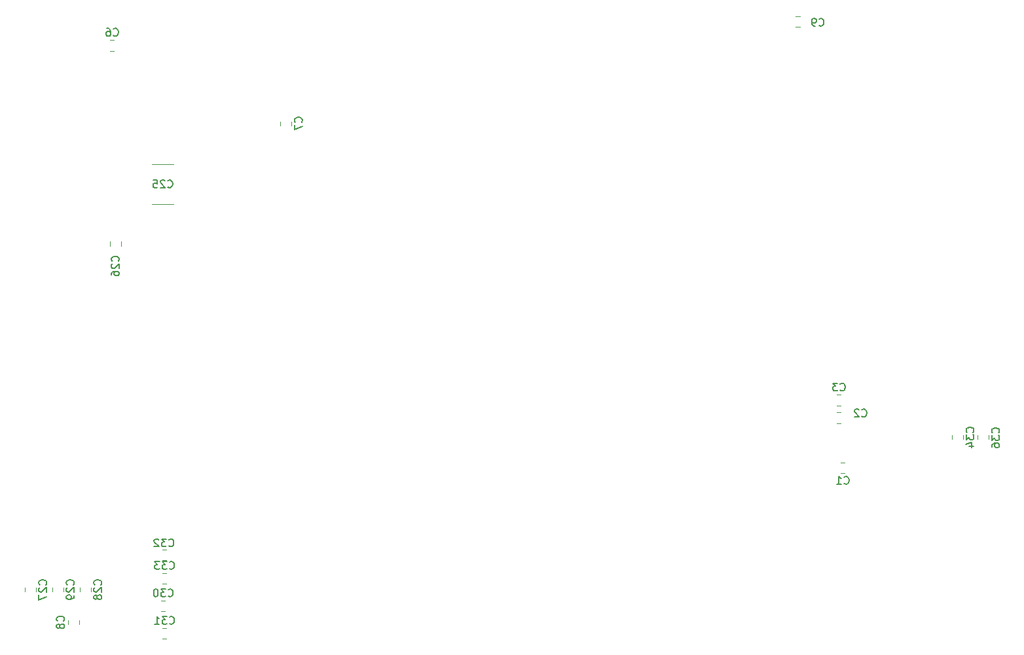
<source format=gbr>
G04 #@! TF.GenerationSoftware,KiCad,Pcbnew,(5.1.4)-1*
G04 #@! TF.CreationDate,2019-11-07T18:39:05-06:00*
G04 #@! TF.ProjectId,_autosave-_autosave-BPS-Nucleo,5f617574-6f73-4617-9665-2d5f6175746f,rev?*
G04 #@! TF.SameCoordinates,Original*
G04 #@! TF.FileFunction,Legend,Bot*
G04 #@! TF.FilePolarity,Positive*
%FSLAX46Y46*%
G04 Gerber Fmt 4.6, Leading zero omitted, Abs format (unit mm)*
G04 Created by KiCad (PCBNEW (5.1.4)-1) date 2019-11-07 18:39:05*
%MOMM*%
%LPD*%
G04 APERTURE LIST*
%ADD10C,0.120000*%
%ADD11C,0.150000*%
G04 APERTURE END LIST*
D10*
X201885022Y-119701380D02*
X202402178Y-119701380D01*
X201885022Y-118281380D02*
X202402178Y-118281380D01*
X201894178Y-113224380D02*
X201377022Y-113224380D01*
X201894178Y-111804380D02*
X201377022Y-111804380D01*
X201894178Y-110938380D02*
X201377022Y-110938380D01*
X201894178Y-109518380D02*
X201377022Y-109518380D01*
X107911158Y-65027880D02*
X107394002Y-65027880D01*
X107911158Y-63607880D02*
X107394002Y-63607880D01*
X130839280Y-74673198D02*
X130839280Y-74156042D01*
X129419280Y-74673198D02*
X129419280Y-74156042D01*
X103366640Y-138707122D02*
X103366640Y-139224278D01*
X101946640Y-138707122D02*
X101946640Y-139224278D01*
X196572398Y-60534480D02*
X196055242Y-60534480D01*
X196572398Y-61954480D02*
X196055242Y-61954480D01*
X112752332Y-79680920D02*
X115583828Y-79680920D01*
X112752332Y-84900920D02*
X115583828Y-84900920D01*
X107372080Y-90247998D02*
X107372080Y-89730842D01*
X108792080Y-90247998D02*
X108792080Y-89730842D01*
X97778640Y-135003278D02*
X97778640Y-134486122D01*
X96358640Y-135003278D02*
X96358640Y-134486122D01*
X103470640Y-135003278D02*
X103470640Y-134486122D01*
X104890640Y-135003278D02*
X104890640Y-134486122D01*
X99914640Y-135003278D02*
X99914640Y-134486122D01*
X101334640Y-135003278D02*
X101334640Y-134486122D01*
X114520718Y-136145200D02*
X114003562Y-136145200D01*
X114520718Y-137565200D02*
X114003562Y-137565200D01*
X114677718Y-139701200D02*
X114160562Y-139701200D01*
X114677718Y-141121200D02*
X114160562Y-141121200D01*
X114677718Y-129541200D02*
X114160562Y-129541200D01*
X114677718Y-130961200D02*
X114160562Y-130961200D01*
X114677718Y-134009200D02*
X114160562Y-134009200D01*
X114677718Y-132589200D02*
X114160562Y-132589200D01*
X216272040Y-115272558D02*
X216272040Y-114755402D01*
X217692040Y-115272558D02*
X217692040Y-114755402D01*
X219574040Y-114755402D02*
X219574040Y-115272558D01*
X220994040Y-114755402D02*
X220994040Y-115272558D01*
D11*
X202310266Y-120998522D02*
X202357885Y-121046141D01*
X202500742Y-121093760D01*
X202595980Y-121093760D01*
X202738838Y-121046141D01*
X202834076Y-120950903D01*
X202881695Y-120855665D01*
X202929314Y-120665189D01*
X202929314Y-120522332D01*
X202881695Y-120331856D01*
X202834076Y-120236618D01*
X202738838Y-120141380D01*
X202595980Y-120093760D01*
X202500742Y-120093760D01*
X202357885Y-120141380D01*
X202310266Y-120188999D01*
X201357885Y-121093760D02*
X201929314Y-121093760D01*
X201643600Y-121093760D02*
X201643600Y-120093760D01*
X201738838Y-120236618D01*
X201834076Y-120331856D01*
X201929314Y-120379475D01*
X204596026Y-112294942D02*
X204643645Y-112342561D01*
X204786502Y-112390180D01*
X204881740Y-112390180D01*
X205024598Y-112342561D01*
X205119836Y-112247323D01*
X205167455Y-112152085D01*
X205215074Y-111961609D01*
X205215074Y-111818752D01*
X205167455Y-111628276D01*
X205119836Y-111533038D01*
X205024598Y-111437800D01*
X204881740Y-111390180D01*
X204786502Y-111390180D01*
X204643645Y-111437800D01*
X204596026Y-111485419D01*
X204215074Y-111485419D02*
X204167455Y-111437800D01*
X204072217Y-111390180D01*
X203834121Y-111390180D01*
X203738883Y-111437800D01*
X203691264Y-111485419D01*
X203643645Y-111580657D01*
X203643645Y-111675895D01*
X203691264Y-111818752D01*
X204262693Y-112390180D01*
X203643645Y-112390180D01*
X201802266Y-108935522D02*
X201849885Y-108983141D01*
X201992742Y-109030760D01*
X202087980Y-109030760D01*
X202230838Y-108983141D01*
X202326076Y-108887903D01*
X202373695Y-108792665D01*
X202421314Y-108602189D01*
X202421314Y-108459332D01*
X202373695Y-108268856D01*
X202326076Y-108173618D01*
X202230838Y-108078380D01*
X202087980Y-108030760D01*
X201992742Y-108030760D01*
X201849885Y-108078380D01*
X201802266Y-108125999D01*
X201468933Y-108030760D02*
X200849885Y-108030760D01*
X201183219Y-108411713D01*
X201040361Y-108411713D01*
X200945123Y-108459332D01*
X200897504Y-108506951D01*
X200849885Y-108602189D01*
X200849885Y-108840284D01*
X200897504Y-108935522D01*
X200945123Y-108983141D01*
X201040361Y-109030760D01*
X201326076Y-109030760D01*
X201421314Y-108983141D01*
X201468933Y-108935522D01*
X107819246Y-63025022D02*
X107866865Y-63072641D01*
X108009722Y-63120260D01*
X108104960Y-63120260D01*
X108247818Y-63072641D01*
X108343056Y-62977403D01*
X108390675Y-62882165D01*
X108438294Y-62691689D01*
X108438294Y-62548832D01*
X108390675Y-62358356D01*
X108343056Y-62263118D01*
X108247818Y-62167880D01*
X108104960Y-62120260D01*
X108009722Y-62120260D01*
X107866865Y-62167880D01*
X107819246Y-62215499D01*
X106962103Y-62120260D02*
X107152580Y-62120260D01*
X107247818Y-62167880D01*
X107295437Y-62215499D01*
X107390675Y-62358356D01*
X107438294Y-62548832D01*
X107438294Y-62929784D01*
X107390675Y-63025022D01*
X107343056Y-63072641D01*
X107247818Y-63120260D01*
X107057341Y-63120260D01*
X106962103Y-63072641D01*
X106914484Y-63025022D01*
X106866865Y-62929784D01*
X106866865Y-62691689D01*
X106914484Y-62596451D01*
X106962103Y-62548832D01*
X107057341Y-62501213D01*
X107247818Y-62501213D01*
X107343056Y-62548832D01*
X107390675Y-62596451D01*
X107438294Y-62691689D01*
X132136422Y-74247953D02*
X132184041Y-74200334D01*
X132231660Y-74057477D01*
X132231660Y-73962239D01*
X132184041Y-73819381D01*
X132088803Y-73724143D01*
X131993565Y-73676524D01*
X131803089Y-73628905D01*
X131660232Y-73628905D01*
X131469756Y-73676524D01*
X131374518Y-73724143D01*
X131279280Y-73819381D01*
X131231660Y-73962239D01*
X131231660Y-74057477D01*
X131279280Y-74200334D01*
X131326899Y-74247953D01*
X131231660Y-74581286D02*
X131231660Y-75247953D01*
X132231660Y-74819381D01*
X101363782Y-138799033D02*
X101411401Y-138751414D01*
X101459020Y-138608557D01*
X101459020Y-138513319D01*
X101411401Y-138370461D01*
X101316163Y-138275223D01*
X101220925Y-138227604D01*
X101030449Y-138179985D01*
X100887592Y-138179985D01*
X100697116Y-138227604D01*
X100601878Y-138275223D01*
X100506640Y-138370461D01*
X100459020Y-138513319D01*
X100459020Y-138608557D01*
X100506640Y-138751414D01*
X100554259Y-138799033D01*
X100887592Y-139370461D02*
X100839973Y-139275223D01*
X100792354Y-139227604D01*
X100697116Y-139179985D01*
X100649497Y-139179985D01*
X100554259Y-139227604D01*
X100506640Y-139275223D01*
X100459020Y-139370461D01*
X100459020Y-139560938D01*
X100506640Y-139656176D01*
X100554259Y-139703795D01*
X100649497Y-139751414D01*
X100697116Y-139751414D01*
X100792354Y-139703795D01*
X100839973Y-139656176D01*
X100887592Y-139560938D01*
X100887592Y-139370461D01*
X100935211Y-139275223D01*
X100982830Y-139227604D01*
X101078068Y-139179985D01*
X101268544Y-139179985D01*
X101363782Y-139227604D01*
X101411401Y-139275223D01*
X101459020Y-139370461D01*
X101459020Y-139560938D01*
X101411401Y-139656176D01*
X101363782Y-139703795D01*
X101268544Y-139751414D01*
X101078068Y-139751414D01*
X100982830Y-139703795D01*
X100935211Y-139656176D01*
X100887592Y-139560938D01*
X199068986Y-61728622D02*
X199116605Y-61776241D01*
X199259462Y-61823860D01*
X199354700Y-61823860D01*
X199497558Y-61776241D01*
X199592796Y-61681003D01*
X199640415Y-61585765D01*
X199688034Y-61395289D01*
X199688034Y-61252432D01*
X199640415Y-61061956D01*
X199592796Y-60966718D01*
X199497558Y-60871480D01*
X199354700Y-60823860D01*
X199259462Y-60823860D01*
X199116605Y-60871480D01*
X199068986Y-60919099D01*
X198592796Y-61823860D02*
X198402320Y-61823860D01*
X198307081Y-61776241D01*
X198259462Y-61728622D01*
X198164224Y-61585765D01*
X198116605Y-61395289D01*
X198116605Y-61014337D01*
X198164224Y-60919099D01*
X198211843Y-60871480D01*
X198307081Y-60823860D01*
X198497558Y-60823860D01*
X198592796Y-60871480D01*
X198640415Y-60919099D01*
X198688034Y-61014337D01*
X198688034Y-61252432D01*
X198640415Y-61347670D01*
X198592796Y-61395289D01*
X198497558Y-61442908D01*
X198307081Y-61442908D01*
X198211843Y-61395289D01*
X198164224Y-61347670D01*
X198116605Y-61252432D01*
X114836177Y-82637902D02*
X114883796Y-82685521D01*
X115026653Y-82733140D01*
X115121891Y-82733140D01*
X115264748Y-82685521D01*
X115359986Y-82590283D01*
X115407605Y-82495045D01*
X115455224Y-82304569D01*
X115455224Y-82161712D01*
X115407605Y-81971236D01*
X115359986Y-81875998D01*
X115264748Y-81780760D01*
X115121891Y-81733140D01*
X115026653Y-81733140D01*
X114883796Y-81780760D01*
X114836177Y-81828379D01*
X114455224Y-81828379D02*
X114407605Y-81780760D01*
X114312367Y-81733140D01*
X114074272Y-81733140D01*
X113979034Y-81780760D01*
X113931415Y-81828379D01*
X113883796Y-81923617D01*
X113883796Y-82018855D01*
X113931415Y-82161712D01*
X114502843Y-82733140D01*
X113883796Y-82733140D01*
X112979034Y-81733140D02*
X113455224Y-81733140D01*
X113502843Y-82209331D01*
X113455224Y-82161712D01*
X113359986Y-82114093D01*
X113121891Y-82114093D01*
X113026653Y-82161712D01*
X112979034Y-82209331D01*
X112931415Y-82304569D01*
X112931415Y-82542664D01*
X112979034Y-82637902D01*
X113026653Y-82685521D01*
X113121891Y-82733140D01*
X113359986Y-82733140D01*
X113455224Y-82685521D01*
X113502843Y-82637902D01*
X108439222Y-92219062D02*
X108486841Y-92171443D01*
X108534460Y-92028586D01*
X108534460Y-91933348D01*
X108486841Y-91790491D01*
X108391603Y-91695253D01*
X108296365Y-91647634D01*
X108105889Y-91600015D01*
X107963032Y-91600015D01*
X107772556Y-91647634D01*
X107677318Y-91695253D01*
X107582080Y-91790491D01*
X107534460Y-91933348D01*
X107534460Y-92028586D01*
X107582080Y-92171443D01*
X107629699Y-92219062D01*
X107629699Y-92600015D02*
X107582080Y-92647634D01*
X107534460Y-92742872D01*
X107534460Y-92980967D01*
X107582080Y-93076205D01*
X107629699Y-93123824D01*
X107724937Y-93171443D01*
X107820175Y-93171443D01*
X107963032Y-93123824D01*
X108534460Y-92552396D01*
X108534460Y-93171443D01*
X107534460Y-94028586D02*
X107534460Y-93838110D01*
X107582080Y-93742872D01*
X107629699Y-93695253D01*
X107772556Y-93600015D01*
X107963032Y-93552396D01*
X108343984Y-93552396D01*
X108439222Y-93600015D01*
X108486841Y-93647634D01*
X108534460Y-93742872D01*
X108534460Y-93933348D01*
X108486841Y-94028586D01*
X108439222Y-94076205D01*
X108343984Y-94123824D01*
X108105889Y-94123824D01*
X108010651Y-94076205D01*
X107963032Y-94028586D01*
X107915413Y-93933348D01*
X107915413Y-93742872D01*
X107963032Y-93647634D01*
X108010651Y-93600015D01*
X108105889Y-93552396D01*
X99075782Y-134101842D02*
X99123401Y-134054223D01*
X99171020Y-133911366D01*
X99171020Y-133816128D01*
X99123401Y-133673271D01*
X99028163Y-133578033D01*
X98932925Y-133530414D01*
X98742449Y-133482795D01*
X98599592Y-133482795D01*
X98409116Y-133530414D01*
X98313878Y-133578033D01*
X98218640Y-133673271D01*
X98171020Y-133816128D01*
X98171020Y-133911366D01*
X98218640Y-134054223D01*
X98266259Y-134101842D01*
X98266259Y-134482795D02*
X98218640Y-134530414D01*
X98171020Y-134625652D01*
X98171020Y-134863747D01*
X98218640Y-134958985D01*
X98266259Y-135006604D01*
X98361497Y-135054223D01*
X98456735Y-135054223D01*
X98599592Y-135006604D01*
X99171020Y-134435176D01*
X99171020Y-135054223D01*
X98171020Y-135387557D02*
X98171020Y-136054223D01*
X99171020Y-135625652D01*
X106187782Y-134101842D02*
X106235401Y-134054223D01*
X106283020Y-133911366D01*
X106283020Y-133816128D01*
X106235401Y-133673271D01*
X106140163Y-133578033D01*
X106044925Y-133530414D01*
X105854449Y-133482795D01*
X105711592Y-133482795D01*
X105521116Y-133530414D01*
X105425878Y-133578033D01*
X105330640Y-133673271D01*
X105283020Y-133816128D01*
X105283020Y-133911366D01*
X105330640Y-134054223D01*
X105378259Y-134101842D01*
X105378259Y-134482795D02*
X105330640Y-134530414D01*
X105283020Y-134625652D01*
X105283020Y-134863747D01*
X105330640Y-134958985D01*
X105378259Y-135006604D01*
X105473497Y-135054223D01*
X105568735Y-135054223D01*
X105711592Y-135006604D01*
X106283020Y-134435176D01*
X106283020Y-135054223D01*
X105711592Y-135625652D02*
X105663973Y-135530414D01*
X105616354Y-135482795D01*
X105521116Y-135435176D01*
X105473497Y-135435176D01*
X105378259Y-135482795D01*
X105330640Y-135530414D01*
X105283020Y-135625652D01*
X105283020Y-135816128D01*
X105330640Y-135911366D01*
X105378259Y-135958985D01*
X105473497Y-136006604D01*
X105521116Y-136006604D01*
X105616354Y-135958985D01*
X105663973Y-135911366D01*
X105711592Y-135816128D01*
X105711592Y-135625652D01*
X105759211Y-135530414D01*
X105806830Y-135482795D01*
X105902068Y-135435176D01*
X106092544Y-135435176D01*
X106187782Y-135482795D01*
X106235401Y-135530414D01*
X106283020Y-135625652D01*
X106283020Y-135816128D01*
X106235401Y-135911366D01*
X106187782Y-135958985D01*
X106092544Y-136006604D01*
X105902068Y-136006604D01*
X105806830Y-135958985D01*
X105759211Y-135911366D01*
X105711592Y-135816128D01*
X102631782Y-134101842D02*
X102679401Y-134054223D01*
X102727020Y-133911366D01*
X102727020Y-133816128D01*
X102679401Y-133673271D01*
X102584163Y-133578033D01*
X102488925Y-133530414D01*
X102298449Y-133482795D01*
X102155592Y-133482795D01*
X101965116Y-133530414D01*
X101869878Y-133578033D01*
X101774640Y-133673271D01*
X101727020Y-133816128D01*
X101727020Y-133911366D01*
X101774640Y-134054223D01*
X101822259Y-134101842D01*
X101822259Y-134482795D02*
X101774640Y-134530414D01*
X101727020Y-134625652D01*
X101727020Y-134863747D01*
X101774640Y-134958985D01*
X101822259Y-135006604D01*
X101917497Y-135054223D01*
X102012735Y-135054223D01*
X102155592Y-135006604D01*
X102727020Y-134435176D01*
X102727020Y-135054223D01*
X102727020Y-135530414D02*
X102727020Y-135720890D01*
X102679401Y-135816128D01*
X102631782Y-135863747D01*
X102488925Y-135958985D01*
X102298449Y-136006604D01*
X101917497Y-136006604D01*
X101822259Y-135958985D01*
X101774640Y-135911366D01*
X101727020Y-135816128D01*
X101727020Y-135625652D01*
X101774640Y-135530414D01*
X101822259Y-135482795D01*
X101917497Y-135435176D01*
X102155592Y-135435176D01*
X102250830Y-135482795D01*
X102298449Y-135530414D01*
X102346068Y-135625652D01*
X102346068Y-135816128D01*
X102298449Y-135911366D01*
X102250830Y-135958985D01*
X102155592Y-136006604D01*
X114904997Y-135562342D02*
X114952616Y-135609961D01*
X115095473Y-135657580D01*
X115190711Y-135657580D01*
X115333568Y-135609961D01*
X115428806Y-135514723D01*
X115476425Y-135419485D01*
X115524044Y-135229009D01*
X115524044Y-135086152D01*
X115476425Y-134895676D01*
X115428806Y-134800438D01*
X115333568Y-134705200D01*
X115190711Y-134657580D01*
X115095473Y-134657580D01*
X114952616Y-134705200D01*
X114904997Y-134752819D01*
X114571663Y-134657580D02*
X113952616Y-134657580D01*
X114285949Y-135038533D01*
X114143092Y-135038533D01*
X114047854Y-135086152D01*
X114000235Y-135133771D01*
X113952616Y-135229009D01*
X113952616Y-135467104D01*
X114000235Y-135562342D01*
X114047854Y-135609961D01*
X114143092Y-135657580D01*
X114428806Y-135657580D01*
X114524044Y-135609961D01*
X114571663Y-135562342D01*
X113333568Y-134657580D02*
X113238330Y-134657580D01*
X113143092Y-134705200D01*
X113095473Y-134752819D01*
X113047854Y-134848057D01*
X113000235Y-135038533D01*
X113000235Y-135276628D01*
X113047854Y-135467104D01*
X113095473Y-135562342D01*
X113143092Y-135609961D01*
X113238330Y-135657580D01*
X113333568Y-135657580D01*
X113428806Y-135609961D01*
X113476425Y-135562342D01*
X113524044Y-135467104D01*
X113571663Y-135276628D01*
X113571663Y-135038533D01*
X113524044Y-134848057D01*
X113476425Y-134752819D01*
X113428806Y-134705200D01*
X113333568Y-134657580D01*
X115061997Y-139118342D02*
X115109616Y-139165961D01*
X115252473Y-139213580D01*
X115347711Y-139213580D01*
X115490568Y-139165961D01*
X115585806Y-139070723D01*
X115633425Y-138975485D01*
X115681044Y-138785009D01*
X115681044Y-138642152D01*
X115633425Y-138451676D01*
X115585806Y-138356438D01*
X115490568Y-138261200D01*
X115347711Y-138213580D01*
X115252473Y-138213580D01*
X115109616Y-138261200D01*
X115061997Y-138308819D01*
X114728663Y-138213580D02*
X114109616Y-138213580D01*
X114442949Y-138594533D01*
X114300092Y-138594533D01*
X114204854Y-138642152D01*
X114157235Y-138689771D01*
X114109616Y-138785009D01*
X114109616Y-139023104D01*
X114157235Y-139118342D01*
X114204854Y-139165961D01*
X114300092Y-139213580D01*
X114585806Y-139213580D01*
X114681044Y-139165961D01*
X114728663Y-139118342D01*
X113157235Y-139213580D02*
X113728663Y-139213580D01*
X113442949Y-139213580D02*
X113442949Y-138213580D01*
X113538187Y-138356438D01*
X113633425Y-138451676D01*
X113728663Y-138499295D01*
X114983497Y-129084342D02*
X115031116Y-129131961D01*
X115173973Y-129179580D01*
X115269211Y-129179580D01*
X115412068Y-129131961D01*
X115507306Y-129036723D01*
X115554925Y-128941485D01*
X115602544Y-128751009D01*
X115602544Y-128608152D01*
X115554925Y-128417676D01*
X115507306Y-128322438D01*
X115412068Y-128227200D01*
X115269211Y-128179580D01*
X115173973Y-128179580D01*
X115031116Y-128227200D01*
X114983497Y-128274819D01*
X114650163Y-128179580D02*
X114031116Y-128179580D01*
X114364449Y-128560533D01*
X114221592Y-128560533D01*
X114126354Y-128608152D01*
X114078735Y-128655771D01*
X114031116Y-128751009D01*
X114031116Y-128989104D01*
X114078735Y-129084342D01*
X114126354Y-129131961D01*
X114221592Y-129179580D01*
X114507306Y-129179580D01*
X114602544Y-129131961D01*
X114650163Y-129084342D01*
X113650163Y-128274819D02*
X113602544Y-128227200D01*
X113507306Y-128179580D01*
X113269211Y-128179580D01*
X113173973Y-128227200D01*
X113126354Y-128274819D01*
X113078735Y-128370057D01*
X113078735Y-128465295D01*
X113126354Y-128608152D01*
X113697782Y-129179580D01*
X113078735Y-129179580D01*
X115061997Y-132006342D02*
X115109616Y-132053961D01*
X115252473Y-132101580D01*
X115347711Y-132101580D01*
X115490568Y-132053961D01*
X115585806Y-131958723D01*
X115633425Y-131863485D01*
X115681044Y-131673009D01*
X115681044Y-131530152D01*
X115633425Y-131339676D01*
X115585806Y-131244438D01*
X115490568Y-131149200D01*
X115347711Y-131101580D01*
X115252473Y-131101580D01*
X115109616Y-131149200D01*
X115061997Y-131196819D01*
X114728663Y-131101580D02*
X114109616Y-131101580D01*
X114442949Y-131482533D01*
X114300092Y-131482533D01*
X114204854Y-131530152D01*
X114157235Y-131577771D01*
X114109616Y-131673009D01*
X114109616Y-131911104D01*
X114157235Y-132006342D01*
X114204854Y-132053961D01*
X114300092Y-132101580D01*
X114585806Y-132101580D01*
X114681044Y-132053961D01*
X114728663Y-132006342D01*
X113776282Y-131101580D02*
X113157235Y-131101580D01*
X113490568Y-131482533D01*
X113347711Y-131482533D01*
X113252473Y-131530152D01*
X113204854Y-131577771D01*
X113157235Y-131673009D01*
X113157235Y-131911104D01*
X113204854Y-132006342D01*
X113252473Y-132053961D01*
X113347711Y-132101580D01*
X113633425Y-132101580D01*
X113728663Y-132053961D01*
X113776282Y-132006342D01*
X218989182Y-114371122D02*
X219036801Y-114323503D01*
X219084420Y-114180646D01*
X219084420Y-114085408D01*
X219036801Y-113942551D01*
X218941563Y-113847313D01*
X218846325Y-113799694D01*
X218655849Y-113752075D01*
X218512992Y-113752075D01*
X218322516Y-113799694D01*
X218227278Y-113847313D01*
X218132040Y-113942551D01*
X218084420Y-114085408D01*
X218084420Y-114180646D01*
X218132040Y-114323503D01*
X218179659Y-114371122D01*
X218084420Y-114704456D02*
X218084420Y-115323503D01*
X218465373Y-114990170D01*
X218465373Y-115133027D01*
X218512992Y-115228265D01*
X218560611Y-115275884D01*
X218655849Y-115323503D01*
X218893944Y-115323503D01*
X218989182Y-115275884D01*
X219036801Y-115228265D01*
X219084420Y-115133027D01*
X219084420Y-114847313D01*
X219036801Y-114752075D01*
X218989182Y-114704456D01*
X218417754Y-116180646D02*
X219084420Y-116180646D01*
X218036801Y-115942551D02*
X218751087Y-115704456D01*
X218751087Y-116323503D01*
X222292182Y-114449622D02*
X222339801Y-114402003D01*
X222387420Y-114259146D01*
X222387420Y-114163908D01*
X222339801Y-114021051D01*
X222244563Y-113925813D01*
X222149325Y-113878194D01*
X221958849Y-113830575D01*
X221815992Y-113830575D01*
X221625516Y-113878194D01*
X221530278Y-113925813D01*
X221435040Y-114021051D01*
X221387420Y-114163908D01*
X221387420Y-114259146D01*
X221435040Y-114402003D01*
X221482659Y-114449622D01*
X221387420Y-114782956D02*
X221387420Y-115402003D01*
X221768373Y-115068670D01*
X221768373Y-115211527D01*
X221815992Y-115306765D01*
X221863611Y-115354384D01*
X221958849Y-115402003D01*
X222196944Y-115402003D01*
X222292182Y-115354384D01*
X222339801Y-115306765D01*
X222387420Y-115211527D01*
X222387420Y-114925813D01*
X222339801Y-114830575D01*
X222292182Y-114782956D01*
X221387420Y-116259146D02*
X221387420Y-116068670D01*
X221435040Y-115973432D01*
X221482659Y-115925813D01*
X221625516Y-115830575D01*
X221815992Y-115782956D01*
X222196944Y-115782956D01*
X222292182Y-115830575D01*
X222339801Y-115878194D01*
X222387420Y-115973432D01*
X222387420Y-116163908D01*
X222339801Y-116259146D01*
X222292182Y-116306765D01*
X222196944Y-116354384D01*
X221958849Y-116354384D01*
X221863611Y-116306765D01*
X221815992Y-116259146D01*
X221768373Y-116163908D01*
X221768373Y-115973432D01*
X221815992Y-115878194D01*
X221863611Y-115830575D01*
X221958849Y-115782956D01*
M02*

</source>
